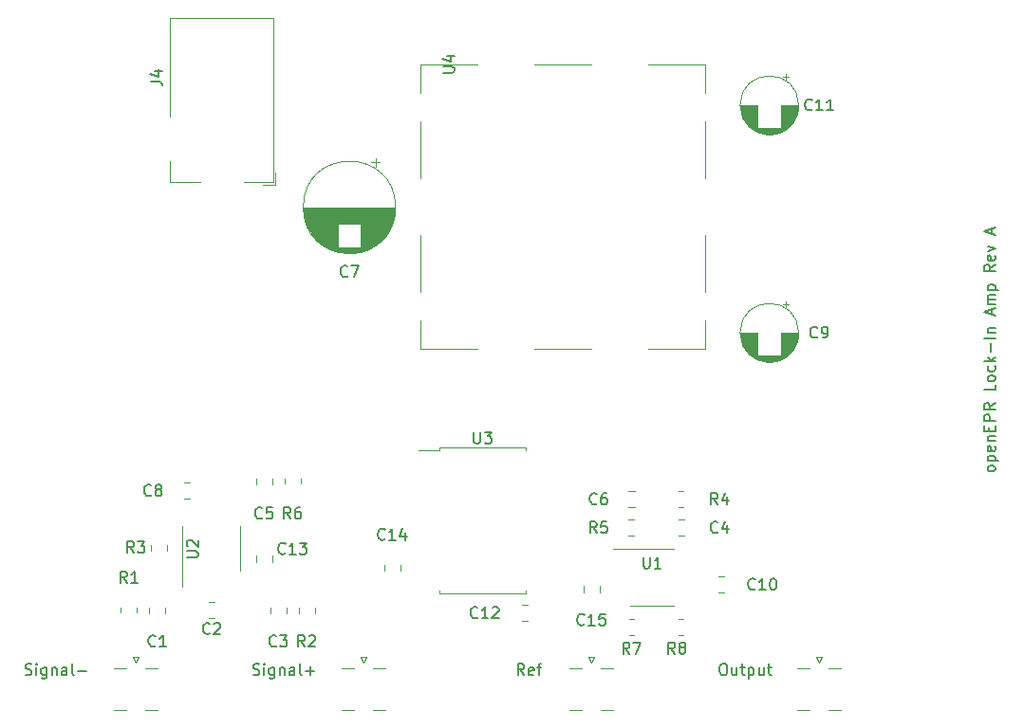
<source format=gbr>
%TF.GenerationSoftware,KiCad,Pcbnew,(5.1.9)-1*%
%TF.CreationDate,2021-05-02T14:53:51-04:00*%
%TF.ProjectId,openEPR_Lock-In,6f70656e-4550-4525-9f4c-6f636b2d496e,rev?*%
%TF.SameCoordinates,Original*%
%TF.FileFunction,Legend,Top*%
%TF.FilePolarity,Positive*%
%FSLAX46Y46*%
G04 Gerber Fmt 4.6, Leading zero omitted, Abs format (unit mm)*
G04 Created by KiCad (PCBNEW (5.1.9)-1) date 2021-05-02 14:53:51*
%MOMM*%
%LPD*%
G01*
G04 APERTURE LIST*
%ADD10C,0.150000*%
%ADD11C,0.120000*%
G04 APERTURE END LIST*
D10*
X119832380Y-64641666D02*
X119784761Y-64736904D01*
X119737142Y-64784523D01*
X119641904Y-64832142D01*
X119356190Y-64832142D01*
X119260952Y-64784523D01*
X119213333Y-64736904D01*
X119165714Y-64641666D01*
X119165714Y-64498809D01*
X119213333Y-64403571D01*
X119260952Y-64355952D01*
X119356190Y-64308333D01*
X119641904Y-64308333D01*
X119737142Y-64355952D01*
X119784761Y-64403571D01*
X119832380Y-64498809D01*
X119832380Y-64641666D01*
X119165714Y-63879761D02*
X120165714Y-63879761D01*
X119213333Y-63879761D02*
X119165714Y-63784523D01*
X119165714Y-63594047D01*
X119213333Y-63498809D01*
X119260952Y-63451190D01*
X119356190Y-63403571D01*
X119641904Y-63403571D01*
X119737142Y-63451190D01*
X119784761Y-63498809D01*
X119832380Y-63594047D01*
X119832380Y-63784523D01*
X119784761Y-63879761D01*
X119784761Y-62594047D02*
X119832380Y-62689285D01*
X119832380Y-62879761D01*
X119784761Y-62975000D01*
X119689523Y-63022619D01*
X119308571Y-63022619D01*
X119213333Y-62975000D01*
X119165714Y-62879761D01*
X119165714Y-62689285D01*
X119213333Y-62594047D01*
X119308571Y-62546428D01*
X119403809Y-62546428D01*
X119499047Y-63022619D01*
X119165714Y-62117857D02*
X119832380Y-62117857D01*
X119260952Y-62117857D02*
X119213333Y-62070238D01*
X119165714Y-61975000D01*
X119165714Y-61832142D01*
X119213333Y-61736904D01*
X119308571Y-61689285D01*
X119832380Y-61689285D01*
X119308571Y-61213095D02*
X119308571Y-60879761D01*
X119832380Y-60736904D02*
X119832380Y-61213095D01*
X118832380Y-61213095D01*
X118832380Y-60736904D01*
X119832380Y-60308333D02*
X118832380Y-60308333D01*
X118832380Y-59927380D01*
X118880000Y-59832142D01*
X118927619Y-59784523D01*
X119022857Y-59736904D01*
X119165714Y-59736904D01*
X119260952Y-59784523D01*
X119308571Y-59832142D01*
X119356190Y-59927380D01*
X119356190Y-60308333D01*
X119832380Y-58736904D02*
X119356190Y-59070238D01*
X119832380Y-59308333D02*
X118832380Y-59308333D01*
X118832380Y-58927380D01*
X118880000Y-58832142D01*
X118927619Y-58784523D01*
X119022857Y-58736904D01*
X119165714Y-58736904D01*
X119260952Y-58784523D01*
X119308571Y-58832142D01*
X119356190Y-58927380D01*
X119356190Y-59308333D01*
X119832380Y-57070238D02*
X119832380Y-57546428D01*
X118832380Y-57546428D01*
X119832380Y-56594047D02*
X119784761Y-56689285D01*
X119737142Y-56736904D01*
X119641904Y-56784523D01*
X119356190Y-56784523D01*
X119260952Y-56736904D01*
X119213333Y-56689285D01*
X119165714Y-56594047D01*
X119165714Y-56451190D01*
X119213333Y-56355952D01*
X119260952Y-56308333D01*
X119356190Y-56260714D01*
X119641904Y-56260714D01*
X119737142Y-56308333D01*
X119784761Y-56355952D01*
X119832380Y-56451190D01*
X119832380Y-56594047D01*
X119784761Y-55403571D02*
X119832380Y-55498809D01*
X119832380Y-55689285D01*
X119784761Y-55784523D01*
X119737142Y-55832142D01*
X119641904Y-55879761D01*
X119356190Y-55879761D01*
X119260952Y-55832142D01*
X119213333Y-55784523D01*
X119165714Y-55689285D01*
X119165714Y-55498809D01*
X119213333Y-55403571D01*
X119832380Y-54975000D02*
X118832380Y-54975000D01*
X119451428Y-54879761D02*
X119832380Y-54594047D01*
X119165714Y-54594047D02*
X119546666Y-54975000D01*
X119451428Y-54165476D02*
X119451428Y-53403571D01*
X119832380Y-52927380D02*
X118832380Y-52927380D01*
X119165714Y-52451190D02*
X119832380Y-52451190D01*
X119260952Y-52451190D02*
X119213333Y-52403571D01*
X119165714Y-52308333D01*
X119165714Y-52165476D01*
X119213333Y-52070238D01*
X119308571Y-52022619D01*
X119832380Y-52022619D01*
X119546666Y-50832142D02*
X119546666Y-50355952D01*
X119832380Y-50927380D02*
X118832380Y-50594047D01*
X119832380Y-50260714D01*
X119832380Y-49927380D02*
X119165714Y-49927380D01*
X119260952Y-49927380D02*
X119213333Y-49879761D01*
X119165714Y-49784523D01*
X119165714Y-49641666D01*
X119213333Y-49546428D01*
X119308571Y-49498809D01*
X119832380Y-49498809D01*
X119308571Y-49498809D02*
X119213333Y-49451190D01*
X119165714Y-49355952D01*
X119165714Y-49213095D01*
X119213333Y-49117857D01*
X119308571Y-49070238D01*
X119832380Y-49070238D01*
X119165714Y-48594047D02*
X120165714Y-48594047D01*
X119213333Y-48594047D02*
X119165714Y-48498809D01*
X119165714Y-48308333D01*
X119213333Y-48213095D01*
X119260952Y-48165476D01*
X119356190Y-48117857D01*
X119641904Y-48117857D01*
X119737142Y-48165476D01*
X119784761Y-48213095D01*
X119832380Y-48308333D01*
X119832380Y-48498809D01*
X119784761Y-48594047D01*
X119832380Y-46355952D02*
X119356190Y-46689285D01*
X119832380Y-46927380D02*
X118832380Y-46927380D01*
X118832380Y-46546428D01*
X118880000Y-46451190D01*
X118927619Y-46403571D01*
X119022857Y-46355952D01*
X119165714Y-46355952D01*
X119260952Y-46403571D01*
X119308571Y-46451190D01*
X119356190Y-46546428D01*
X119356190Y-46927380D01*
X119784761Y-45546428D02*
X119832380Y-45641666D01*
X119832380Y-45832142D01*
X119784761Y-45927380D01*
X119689523Y-45975000D01*
X119308571Y-45975000D01*
X119213333Y-45927380D01*
X119165714Y-45832142D01*
X119165714Y-45641666D01*
X119213333Y-45546428D01*
X119308571Y-45498809D01*
X119403809Y-45498809D01*
X119499047Y-45975000D01*
X119165714Y-45165476D02*
X119832380Y-44927380D01*
X119165714Y-44689285D01*
X119546666Y-43594047D02*
X119546666Y-43117857D01*
X119832380Y-43689285D02*
X118832380Y-43355952D01*
X119832380Y-43022619D01*
X95512190Y-82002380D02*
X95702666Y-82002380D01*
X95797904Y-82050000D01*
X95893142Y-82145238D01*
X95940761Y-82335714D01*
X95940761Y-82669047D01*
X95893142Y-82859523D01*
X95797904Y-82954761D01*
X95702666Y-83002380D01*
X95512190Y-83002380D01*
X95416952Y-82954761D01*
X95321714Y-82859523D01*
X95274095Y-82669047D01*
X95274095Y-82335714D01*
X95321714Y-82145238D01*
X95416952Y-82050000D01*
X95512190Y-82002380D01*
X96797904Y-82335714D02*
X96797904Y-83002380D01*
X96369333Y-82335714D02*
X96369333Y-82859523D01*
X96416952Y-82954761D01*
X96512190Y-83002380D01*
X96655047Y-83002380D01*
X96750285Y-82954761D01*
X96797904Y-82907142D01*
X97131238Y-82335714D02*
X97512190Y-82335714D01*
X97274095Y-82002380D02*
X97274095Y-82859523D01*
X97321714Y-82954761D01*
X97416952Y-83002380D01*
X97512190Y-83002380D01*
X97845523Y-82335714D02*
X97845523Y-83335714D01*
X97845523Y-82383333D02*
X97940761Y-82335714D01*
X98131238Y-82335714D01*
X98226476Y-82383333D01*
X98274095Y-82430952D01*
X98321714Y-82526190D01*
X98321714Y-82811904D01*
X98274095Y-82907142D01*
X98226476Y-82954761D01*
X98131238Y-83002380D01*
X97940761Y-83002380D01*
X97845523Y-82954761D01*
X99178857Y-82335714D02*
X99178857Y-83002380D01*
X98750285Y-82335714D02*
X98750285Y-82859523D01*
X98797904Y-82954761D01*
X98893142Y-83002380D01*
X99036000Y-83002380D01*
X99131238Y-82954761D01*
X99178857Y-82907142D01*
X99512190Y-82335714D02*
X99893142Y-82335714D01*
X99655047Y-82002380D02*
X99655047Y-82859523D01*
X99702666Y-82954761D01*
X99797904Y-83002380D01*
X99893142Y-83002380D01*
X77827238Y-83002380D02*
X77493904Y-82526190D01*
X77255809Y-83002380D02*
X77255809Y-82002380D01*
X77636761Y-82002380D01*
X77732000Y-82050000D01*
X77779619Y-82097619D01*
X77827238Y-82192857D01*
X77827238Y-82335714D01*
X77779619Y-82430952D01*
X77732000Y-82478571D01*
X77636761Y-82526190D01*
X77255809Y-82526190D01*
X78636761Y-82954761D02*
X78541523Y-83002380D01*
X78351047Y-83002380D01*
X78255809Y-82954761D01*
X78208190Y-82859523D01*
X78208190Y-82478571D01*
X78255809Y-82383333D01*
X78351047Y-82335714D01*
X78541523Y-82335714D01*
X78636761Y-82383333D01*
X78684380Y-82478571D01*
X78684380Y-82573809D01*
X78208190Y-82669047D01*
X78970095Y-82335714D02*
X79351047Y-82335714D01*
X79112952Y-83002380D02*
X79112952Y-82145238D01*
X79160571Y-82050000D01*
X79255809Y-82002380D01*
X79351047Y-82002380D01*
X53626095Y-82954761D02*
X53768952Y-83002380D01*
X54007047Y-83002380D01*
X54102285Y-82954761D01*
X54149904Y-82907142D01*
X54197523Y-82811904D01*
X54197523Y-82716666D01*
X54149904Y-82621428D01*
X54102285Y-82573809D01*
X54007047Y-82526190D01*
X53816571Y-82478571D01*
X53721333Y-82430952D01*
X53673714Y-82383333D01*
X53626095Y-82288095D01*
X53626095Y-82192857D01*
X53673714Y-82097619D01*
X53721333Y-82050000D01*
X53816571Y-82002380D01*
X54054666Y-82002380D01*
X54197523Y-82050000D01*
X54626095Y-83002380D02*
X54626095Y-82335714D01*
X54626095Y-82002380D02*
X54578476Y-82050000D01*
X54626095Y-82097619D01*
X54673714Y-82050000D01*
X54626095Y-82002380D01*
X54626095Y-82097619D01*
X55530857Y-82335714D02*
X55530857Y-83145238D01*
X55483238Y-83240476D01*
X55435619Y-83288095D01*
X55340380Y-83335714D01*
X55197523Y-83335714D01*
X55102285Y-83288095D01*
X55530857Y-82954761D02*
X55435619Y-83002380D01*
X55245142Y-83002380D01*
X55149904Y-82954761D01*
X55102285Y-82907142D01*
X55054666Y-82811904D01*
X55054666Y-82526190D01*
X55102285Y-82430952D01*
X55149904Y-82383333D01*
X55245142Y-82335714D01*
X55435619Y-82335714D01*
X55530857Y-82383333D01*
X56007047Y-82335714D02*
X56007047Y-83002380D01*
X56007047Y-82430952D02*
X56054666Y-82383333D01*
X56149904Y-82335714D01*
X56292761Y-82335714D01*
X56388000Y-82383333D01*
X56435619Y-82478571D01*
X56435619Y-83002380D01*
X57340380Y-83002380D02*
X57340380Y-82478571D01*
X57292761Y-82383333D01*
X57197523Y-82335714D01*
X57007047Y-82335714D01*
X56911809Y-82383333D01*
X57340380Y-82954761D02*
X57245142Y-83002380D01*
X57007047Y-83002380D01*
X56911809Y-82954761D01*
X56864190Y-82859523D01*
X56864190Y-82764285D01*
X56911809Y-82669047D01*
X57007047Y-82621428D01*
X57245142Y-82621428D01*
X57340380Y-82573809D01*
X57959428Y-83002380D02*
X57864190Y-82954761D01*
X57816571Y-82859523D01*
X57816571Y-82002380D01*
X58340380Y-82621428D02*
X59102285Y-82621428D01*
X58721333Y-83002380D02*
X58721333Y-82240476D01*
X33306095Y-82954761D02*
X33448952Y-83002380D01*
X33687047Y-83002380D01*
X33782285Y-82954761D01*
X33829904Y-82907142D01*
X33877523Y-82811904D01*
X33877523Y-82716666D01*
X33829904Y-82621428D01*
X33782285Y-82573809D01*
X33687047Y-82526190D01*
X33496571Y-82478571D01*
X33401333Y-82430952D01*
X33353714Y-82383333D01*
X33306095Y-82288095D01*
X33306095Y-82192857D01*
X33353714Y-82097619D01*
X33401333Y-82050000D01*
X33496571Y-82002380D01*
X33734666Y-82002380D01*
X33877523Y-82050000D01*
X34306095Y-83002380D02*
X34306095Y-82335714D01*
X34306095Y-82002380D02*
X34258476Y-82050000D01*
X34306095Y-82097619D01*
X34353714Y-82050000D01*
X34306095Y-82002380D01*
X34306095Y-82097619D01*
X35210857Y-82335714D02*
X35210857Y-83145238D01*
X35163238Y-83240476D01*
X35115619Y-83288095D01*
X35020380Y-83335714D01*
X34877523Y-83335714D01*
X34782285Y-83288095D01*
X35210857Y-82954761D02*
X35115619Y-83002380D01*
X34925142Y-83002380D01*
X34829904Y-82954761D01*
X34782285Y-82907142D01*
X34734666Y-82811904D01*
X34734666Y-82526190D01*
X34782285Y-82430952D01*
X34829904Y-82383333D01*
X34925142Y-82335714D01*
X35115619Y-82335714D01*
X35210857Y-82383333D01*
X35687047Y-82335714D02*
X35687047Y-83002380D01*
X35687047Y-82430952D02*
X35734666Y-82383333D01*
X35829904Y-82335714D01*
X35972761Y-82335714D01*
X36068000Y-82383333D01*
X36115619Y-82478571D01*
X36115619Y-83002380D01*
X37020380Y-83002380D02*
X37020380Y-82478571D01*
X36972761Y-82383333D01*
X36877523Y-82335714D01*
X36687047Y-82335714D01*
X36591809Y-82383333D01*
X37020380Y-82954761D02*
X36925142Y-83002380D01*
X36687047Y-83002380D01*
X36591809Y-82954761D01*
X36544190Y-82859523D01*
X36544190Y-82764285D01*
X36591809Y-82669047D01*
X36687047Y-82621428D01*
X36925142Y-82621428D01*
X37020380Y-82573809D01*
X37639428Y-83002380D02*
X37544190Y-82954761D01*
X37496571Y-82859523D01*
X37496571Y-82002380D01*
X38020380Y-82621428D02*
X38782285Y-82621428D01*
D11*
%TO.C,R7*%
X87619064Y-79475000D02*
X87164936Y-79475000D01*
X87619064Y-78005000D02*
X87164936Y-78005000D01*
%TO.C,U4*%
X68580000Y-28448000D02*
X68580000Y-30988000D01*
X73660000Y-28448000D02*
X68580000Y-28448000D01*
X83820000Y-28448000D02*
X78740000Y-28448000D01*
X68580000Y-38608000D02*
X68580000Y-33528000D01*
X68580000Y-48768000D02*
X68580000Y-43688000D01*
X68580000Y-53848000D02*
X68580000Y-51308000D01*
X73660000Y-53848000D02*
X68580000Y-53848000D01*
X83820000Y-53848000D02*
X78740000Y-53848000D01*
X93980000Y-53848000D02*
X88900000Y-53848000D01*
X93980000Y-51308000D02*
X93980000Y-53848000D01*
X91440000Y-28448000D02*
X88900000Y-28448000D01*
X91440000Y-28448000D02*
X93980000Y-28448000D01*
X93980000Y-30988000D02*
X93980000Y-28448000D01*
X93980000Y-38608000D02*
X93980000Y-33528000D01*
X93980000Y-43688000D02*
X93980000Y-48768000D01*
%TO.C,C1*%
X44350000Y-76976248D02*
X44350000Y-77498752D01*
X45820000Y-76976248D02*
X45820000Y-77498752D01*
%TO.C,C2*%
X50193752Y-77951000D02*
X49671248Y-77951000D01*
X50193752Y-76481000D02*
X49671248Y-76481000D01*
%TO.C,C3*%
X55145000Y-77498752D02*
X55145000Y-76976248D01*
X56615000Y-77498752D02*
X56615000Y-76976248D01*
%TO.C,C4*%
X92103752Y-69115000D02*
X91581248Y-69115000D01*
X92103752Y-70585000D02*
X91581248Y-70585000D01*
%TO.C,C5*%
X53900400Y-65444648D02*
X53900400Y-65967152D01*
X55370400Y-65444648D02*
X55370400Y-65967152D01*
%TO.C,C6*%
X87658752Y-68045000D02*
X87136248Y-68045000D01*
X87658752Y-66575000D02*
X87136248Y-66575000D01*
%TO.C,C8*%
X47991752Y-65813000D02*
X47469248Y-65813000D01*
X47991752Y-67283000D02*
X47469248Y-67283000D01*
%TO.C,C10*%
X95137248Y-74195000D02*
X95659752Y-74195000D01*
X95137248Y-75665000D02*
X95659752Y-75665000D01*
%TO.C,C12*%
X78133752Y-76735000D02*
X77611248Y-76735000D01*
X78133752Y-78205000D02*
X77611248Y-78205000D01*
%TO.C,J1*%
X64340000Y-82418000D02*
X65450000Y-82418000D01*
X61550000Y-82418000D02*
X62660000Y-82418000D01*
X64340000Y-86128000D02*
X65450000Y-86128000D01*
X61550000Y-86128000D02*
X62660000Y-86128000D01*
X63500000Y-81868000D02*
X63750000Y-81368000D01*
X63750000Y-81368000D02*
X63250000Y-81368000D01*
X63250000Y-81368000D02*
X63500000Y-81868000D01*
%TO.C,J2*%
X42930000Y-81368000D02*
X43180000Y-81868000D01*
X43430000Y-81368000D02*
X42930000Y-81368000D01*
X43180000Y-81868000D02*
X43430000Y-81368000D01*
X41230000Y-86128000D02*
X42340000Y-86128000D01*
X44020000Y-86128000D02*
X45130000Y-86128000D01*
X41230000Y-82418000D02*
X42340000Y-82418000D01*
X44020000Y-82418000D02*
X45130000Y-82418000D01*
%TO.C,J3*%
X104980000Y-82418000D02*
X106090000Y-82418000D01*
X102190000Y-82418000D02*
X103300000Y-82418000D01*
X104980000Y-86128000D02*
X106090000Y-86128000D01*
X102190000Y-86128000D02*
X103300000Y-86128000D01*
X104140000Y-81868000D02*
X104390000Y-81368000D01*
X104390000Y-81368000D02*
X103890000Y-81368000D01*
X103890000Y-81368000D02*
X104140000Y-81868000D01*
%TO.C,J4*%
X55400000Y-39000000D02*
X52800000Y-39000000D01*
X55400000Y-24300000D02*
X55400000Y-39000000D01*
X46200000Y-39000000D02*
X46200000Y-37100000D01*
X48900000Y-39000000D02*
X46200000Y-39000000D01*
X46200000Y-24300000D02*
X55400000Y-24300000D01*
X46200000Y-33100000D02*
X46200000Y-24300000D01*
X55600000Y-38150000D02*
X55600000Y-39200000D01*
X54550000Y-39200000D02*
X55600000Y-39200000D01*
%TO.C,R1*%
X41810000Y-76972936D02*
X41810000Y-77427064D01*
X43280000Y-76972936D02*
X43280000Y-77427064D01*
%TO.C,R2*%
X59155000Y-77004936D02*
X59155000Y-77459064D01*
X57685000Y-77004936D02*
X57685000Y-77459064D01*
%TO.C,R3*%
X45947000Y-71416936D02*
X45947000Y-71871064D01*
X44477000Y-71416936D02*
X44477000Y-71871064D01*
%TO.C,R4*%
X92032064Y-68045000D02*
X91577936Y-68045000D01*
X92032064Y-66575000D02*
X91577936Y-66575000D01*
%TO.C,R5*%
X87587064Y-69115000D02*
X87132936Y-69115000D01*
X87587064Y-70585000D02*
X87132936Y-70585000D01*
%TO.C,R6*%
X57885000Y-65902064D02*
X57885000Y-65447936D01*
X56415000Y-65902064D02*
X56415000Y-65447936D01*
%TO.C,U1*%
X89216000Y-76855000D02*
X91166000Y-76855000D01*
X89216000Y-76855000D02*
X87266000Y-76855000D01*
X89216000Y-71735000D02*
X91166000Y-71735000D01*
X89216000Y-71735000D02*
X85766000Y-71735000D01*
%TO.C,U2*%
X47351000Y-71693000D02*
X47351000Y-75143000D01*
X47351000Y-71693000D02*
X47351000Y-69743000D01*
X52471000Y-71693000D02*
X52471000Y-73643000D01*
X52471000Y-71693000D02*
X52471000Y-69743000D01*
%TO.C,U3*%
X70230000Y-62940000D02*
X68415000Y-62940000D01*
X70230000Y-62705000D02*
X70230000Y-62940000D01*
X74090000Y-62705000D02*
X70230000Y-62705000D01*
X77950000Y-62705000D02*
X77950000Y-62940000D01*
X74090000Y-62705000D02*
X77950000Y-62705000D01*
X70230000Y-75725000D02*
X70230000Y-75490000D01*
X74090000Y-75725000D02*
X70230000Y-75725000D01*
X77950000Y-75725000D02*
X77950000Y-75490000D01*
X74090000Y-75725000D02*
X77950000Y-75725000D01*
%TO.C,J5*%
X84660000Y-82418000D02*
X85770000Y-82418000D01*
X81870000Y-82418000D02*
X82980000Y-82418000D01*
X84660000Y-86128000D02*
X85770000Y-86128000D01*
X81870000Y-86128000D02*
X82980000Y-86128000D01*
X83820000Y-81868000D02*
X84070000Y-81368000D01*
X84070000Y-81368000D02*
X83570000Y-81368000D01*
X83570000Y-81368000D02*
X83820000Y-81868000D01*
%TO.C,C13*%
X53875000Y-72883752D02*
X53875000Y-72361248D01*
X55345000Y-72883752D02*
X55345000Y-72361248D01*
%TO.C,C14*%
X65305000Y-73166248D02*
X65305000Y-73688752D01*
X66775000Y-73166248D02*
X66775000Y-73688752D01*
%TO.C,C15*%
X83085000Y-75071248D02*
X83085000Y-75593752D01*
X84555000Y-75071248D02*
X84555000Y-75593752D01*
%TO.C,C7*%
X66350000Y-41235000D02*
G75*
G03*
X66350000Y-41235000I-4120000J0D01*
G01*
X66310000Y-41235000D02*
X58150000Y-41235000D01*
X66310000Y-41275000D02*
X58150000Y-41275000D01*
X66310000Y-41315000D02*
X58150000Y-41315000D01*
X66309000Y-41355000D02*
X58151000Y-41355000D01*
X66307000Y-41395000D02*
X58153000Y-41395000D01*
X66306000Y-41435000D02*
X58154000Y-41435000D01*
X66304000Y-41475000D02*
X58156000Y-41475000D01*
X66301000Y-41515000D02*
X58159000Y-41515000D01*
X66298000Y-41555000D02*
X58162000Y-41555000D01*
X66295000Y-41595000D02*
X58165000Y-41595000D01*
X66291000Y-41635000D02*
X58169000Y-41635000D01*
X66287000Y-41675000D02*
X58173000Y-41675000D01*
X66282000Y-41715000D02*
X58178000Y-41715000D01*
X66278000Y-41755000D02*
X58182000Y-41755000D01*
X66272000Y-41795000D02*
X58188000Y-41795000D01*
X66267000Y-41835000D02*
X58193000Y-41835000D01*
X66260000Y-41875000D02*
X58200000Y-41875000D01*
X66254000Y-41915000D02*
X58206000Y-41915000D01*
X66247000Y-41956000D02*
X58213000Y-41956000D01*
X66240000Y-41996000D02*
X58220000Y-41996000D01*
X66232000Y-42036000D02*
X58228000Y-42036000D01*
X66224000Y-42076000D02*
X58236000Y-42076000D01*
X66215000Y-42116000D02*
X58245000Y-42116000D01*
X66206000Y-42156000D02*
X58254000Y-42156000D01*
X66197000Y-42196000D02*
X58263000Y-42196000D01*
X66187000Y-42236000D02*
X58273000Y-42236000D01*
X66177000Y-42276000D02*
X58283000Y-42276000D01*
X66166000Y-42316000D02*
X58294000Y-42316000D01*
X66155000Y-42356000D02*
X58305000Y-42356000D01*
X66144000Y-42396000D02*
X58316000Y-42396000D01*
X66132000Y-42436000D02*
X58328000Y-42436000D01*
X66119000Y-42476000D02*
X58341000Y-42476000D01*
X66107000Y-42516000D02*
X58353000Y-42516000D01*
X66093000Y-42556000D02*
X58367000Y-42556000D01*
X66080000Y-42596000D02*
X58380000Y-42596000D01*
X66065000Y-42636000D02*
X58395000Y-42636000D01*
X66051000Y-42676000D02*
X58409000Y-42676000D01*
X66035000Y-42716000D02*
X63270000Y-42716000D01*
X61190000Y-42716000D02*
X58425000Y-42716000D01*
X66020000Y-42756000D02*
X63270000Y-42756000D01*
X61190000Y-42756000D02*
X58440000Y-42756000D01*
X66004000Y-42796000D02*
X63270000Y-42796000D01*
X61190000Y-42796000D02*
X58456000Y-42796000D01*
X65987000Y-42836000D02*
X63270000Y-42836000D01*
X61190000Y-42836000D02*
X58473000Y-42836000D01*
X65970000Y-42876000D02*
X63270000Y-42876000D01*
X61190000Y-42876000D02*
X58490000Y-42876000D01*
X65952000Y-42916000D02*
X63270000Y-42916000D01*
X61190000Y-42916000D02*
X58508000Y-42916000D01*
X65934000Y-42956000D02*
X63270000Y-42956000D01*
X61190000Y-42956000D02*
X58526000Y-42956000D01*
X65916000Y-42996000D02*
X63270000Y-42996000D01*
X61190000Y-42996000D02*
X58544000Y-42996000D01*
X65896000Y-43036000D02*
X63270000Y-43036000D01*
X61190000Y-43036000D02*
X58564000Y-43036000D01*
X65877000Y-43076000D02*
X63270000Y-43076000D01*
X61190000Y-43076000D02*
X58583000Y-43076000D01*
X65857000Y-43116000D02*
X63270000Y-43116000D01*
X61190000Y-43116000D02*
X58603000Y-43116000D01*
X65836000Y-43156000D02*
X63270000Y-43156000D01*
X61190000Y-43156000D02*
X58624000Y-43156000D01*
X65814000Y-43196000D02*
X63270000Y-43196000D01*
X61190000Y-43196000D02*
X58646000Y-43196000D01*
X65792000Y-43236000D02*
X63270000Y-43236000D01*
X61190000Y-43236000D02*
X58668000Y-43236000D01*
X65770000Y-43276000D02*
X63270000Y-43276000D01*
X61190000Y-43276000D02*
X58690000Y-43276000D01*
X65747000Y-43316000D02*
X63270000Y-43316000D01*
X61190000Y-43316000D02*
X58713000Y-43316000D01*
X65723000Y-43356000D02*
X63270000Y-43356000D01*
X61190000Y-43356000D02*
X58737000Y-43356000D01*
X65699000Y-43396000D02*
X63270000Y-43396000D01*
X61190000Y-43396000D02*
X58761000Y-43396000D01*
X65674000Y-43436000D02*
X63270000Y-43436000D01*
X61190000Y-43436000D02*
X58786000Y-43436000D01*
X65648000Y-43476000D02*
X63270000Y-43476000D01*
X61190000Y-43476000D02*
X58812000Y-43476000D01*
X65622000Y-43516000D02*
X63270000Y-43516000D01*
X61190000Y-43516000D02*
X58838000Y-43516000D01*
X65595000Y-43556000D02*
X63270000Y-43556000D01*
X61190000Y-43556000D02*
X58865000Y-43556000D01*
X65568000Y-43596000D02*
X63270000Y-43596000D01*
X61190000Y-43596000D02*
X58892000Y-43596000D01*
X65539000Y-43636000D02*
X63270000Y-43636000D01*
X61190000Y-43636000D02*
X58921000Y-43636000D01*
X65510000Y-43676000D02*
X63270000Y-43676000D01*
X61190000Y-43676000D02*
X58950000Y-43676000D01*
X65480000Y-43716000D02*
X63270000Y-43716000D01*
X61190000Y-43716000D02*
X58980000Y-43716000D01*
X65450000Y-43756000D02*
X63270000Y-43756000D01*
X61190000Y-43756000D02*
X59010000Y-43756000D01*
X65419000Y-43796000D02*
X63270000Y-43796000D01*
X61190000Y-43796000D02*
X59041000Y-43796000D01*
X65386000Y-43836000D02*
X63270000Y-43836000D01*
X61190000Y-43836000D02*
X59074000Y-43836000D01*
X65354000Y-43876000D02*
X63270000Y-43876000D01*
X61190000Y-43876000D02*
X59106000Y-43876000D01*
X65320000Y-43916000D02*
X63270000Y-43916000D01*
X61190000Y-43916000D02*
X59140000Y-43916000D01*
X65285000Y-43956000D02*
X63270000Y-43956000D01*
X61190000Y-43956000D02*
X59175000Y-43956000D01*
X65249000Y-43996000D02*
X63270000Y-43996000D01*
X61190000Y-43996000D02*
X59211000Y-43996000D01*
X65213000Y-44036000D02*
X63270000Y-44036000D01*
X61190000Y-44036000D02*
X59247000Y-44036000D01*
X65175000Y-44076000D02*
X63270000Y-44076000D01*
X61190000Y-44076000D02*
X59285000Y-44076000D01*
X65137000Y-44116000D02*
X63270000Y-44116000D01*
X61190000Y-44116000D02*
X59323000Y-44116000D01*
X65097000Y-44156000D02*
X63270000Y-44156000D01*
X61190000Y-44156000D02*
X59363000Y-44156000D01*
X65056000Y-44196000D02*
X63270000Y-44196000D01*
X61190000Y-44196000D02*
X59404000Y-44196000D01*
X65014000Y-44236000D02*
X63270000Y-44236000D01*
X61190000Y-44236000D02*
X59446000Y-44236000D01*
X64971000Y-44276000D02*
X63270000Y-44276000D01*
X61190000Y-44276000D02*
X59489000Y-44276000D01*
X64927000Y-44316000D02*
X63270000Y-44316000D01*
X61190000Y-44316000D02*
X59533000Y-44316000D01*
X64881000Y-44356000D02*
X63270000Y-44356000D01*
X61190000Y-44356000D02*
X59579000Y-44356000D01*
X64834000Y-44396000D02*
X63270000Y-44396000D01*
X61190000Y-44396000D02*
X59626000Y-44396000D01*
X64786000Y-44436000D02*
X63270000Y-44436000D01*
X61190000Y-44436000D02*
X59674000Y-44436000D01*
X64735000Y-44476000D02*
X63270000Y-44476000D01*
X61190000Y-44476000D02*
X59725000Y-44476000D01*
X64684000Y-44516000D02*
X63270000Y-44516000D01*
X61190000Y-44516000D02*
X59776000Y-44516000D01*
X64630000Y-44556000D02*
X63270000Y-44556000D01*
X61190000Y-44556000D02*
X59830000Y-44556000D01*
X64575000Y-44596000D02*
X63270000Y-44596000D01*
X61190000Y-44596000D02*
X59885000Y-44596000D01*
X64517000Y-44636000D02*
X63270000Y-44636000D01*
X61190000Y-44636000D02*
X59943000Y-44636000D01*
X64458000Y-44676000D02*
X63270000Y-44676000D01*
X61190000Y-44676000D02*
X60002000Y-44676000D01*
X64396000Y-44716000D02*
X63270000Y-44716000D01*
X61190000Y-44716000D02*
X60064000Y-44716000D01*
X64332000Y-44756000D02*
X63270000Y-44756000D01*
X61190000Y-44756000D02*
X60128000Y-44756000D01*
X64264000Y-44796000D02*
X60196000Y-44796000D01*
X64194000Y-44836000D02*
X60266000Y-44836000D01*
X64120000Y-44876000D02*
X60340000Y-44876000D01*
X64043000Y-44916000D02*
X60417000Y-44916000D01*
X63961000Y-44956000D02*
X60499000Y-44956000D01*
X63875000Y-44996000D02*
X60585000Y-44996000D01*
X63782000Y-45036000D02*
X60678000Y-45036000D01*
X63683000Y-45076000D02*
X60777000Y-45076000D01*
X63576000Y-45116000D02*
X60884000Y-45116000D01*
X63459000Y-45156000D02*
X61001000Y-45156000D01*
X63328000Y-45196000D02*
X61132000Y-45196000D01*
X63178000Y-45236000D02*
X61282000Y-45236000D01*
X62998000Y-45276000D02*
X61462000Y-45276000D01*
X62763000Y-45316000D02*
X61697000Y-45316000D01*
X64545000Y-36825302D02*
X64545000Y-37625302D01*
X64945000Y-37225302D02*
X64145000Y-37225302D01*
%TO.C,C9*%
X102315000Y-52435000D02*
G75*
G03*
X102315000Y-52435000I-2620000J0D01*
G01*
X98655000Y-52435000D02*
X97115000Y-52435000D01*
X102275000Y-52435000D02*
X100735000Y-52435000D01*
X98655000Y-52475000D02*
X97115000Y-52475000D01*
X102275000Y-52475000D02*
X100735000Y-52475000D01*
X102274000Y-52515000D02*
X100735000Y-52515000D01*
X98655000Y-52515000D02*
X97116000Y-52515000D01*
X102273000Y-52555000D02*
X100735000Y-52555000D01*
X98655000Y-52555000D02*
X97117000Y-52555000D01*
X102271000Y-52595000D02*
X100735000Y-52595000D01*
X98655000Y-52595000D02*
X97119000Y-52595000D01*
X102268000Y-52635000D02*
X100735000Y-52635000D01*
X98655000Y-52635000D02*
X97122000Y-52635000D01*
X102264000Y-52675000D02*
X100735000Y-52675000D01*
X98655000Y-52675000D02*
X97126000Y-52675000D01*
X102260000Y-52715000D02*
X100735000Y-52715000D01*
X98655000Y-52715000D02*
X97130000Y-52715000D01*
X102256000Y-52755000D02*
X100735000Y-52755000D01*
X98655000Y-52755000D02*
X97134000Y-52755000D01*
X102251000Y-52795000D02*
X100735000Y-52795000D01*
X98655000Y-52795000D02*
X97139000Y-52795000D01*
X102245000Y-52835000D02*
X100735000Y-52835000D01*
X98655000Y-52835000D02*
X97145000Y-52835000D01*
X102238000Y-52875000D02*
X100735000Y-52875000D01*
X98655000Y-52875000D02*
X97152000Y-52875000D01*
X102231000Y-52915000D02*
X100735000Y-52915000D01*
X98655000Y-52915000D02*
X97159000Y-52915000D01*
X102223000Y-52955000D02*
X100735000Y-52955000D01*
X98655000Y-52955000D02*
X97167000Y-52955000D01*
X102215000Y-52995000D02*
X100735000Y-52995000D01*
X98655000Y-52995000D02*
X97175000Y-52995000D01*
X102206000Y-53035000D02*
X100735000Y-53035000D01*
X98655000Y-53035000D02*
X97184000Y-53035000D01*
X102196000Y-53075000D02*
X100735000Y-53075000D01*
X98655000Y-53075000D02*
X97194000Y-53075000D01*
X102186000Y-53115000D02*
X100735000Y-53115000D01*
X98655000Y-53115000D02*
X97204000Y-53115000D01*
X102175000Y-53156000D02*
X100735000Y-53156000D01*
X98655000Y-53156000D02*
X97215000Y-53156000D01*
X102163000Y-53196000D02*
X100735000Y-53196000D01*
X98655000Y-53196000D02*
X97227000Y-53196000D01*
X102150000Y-53236000D02*
X100735000Y-53236000D01*
X98655000Y-53236000D02*
X97240000Y-53236000D01*
X102137000Y-53276000D02*
X100735000Y-53276000D01*
X98655000Y-53276000D02*
X97253000Y-53276000D01*
X102123000Y-53316000D02*
X100735000Y-53316000D01*
X98655000Y-53316000D02*
X97267000Y-53316000D01*
X102109000Y-53356000D02*
X100735000Y-53356000D01*
X98655000Y-53356000D02*
X97281000Y-53356000D01*
X102093000Y-53396000D02*
X100735000Y-53396000D01*
X98655000Y-53396000D02*
X97297000Y-53396000D01*
X102077000Y-53436000D02*
X100735000Y-53436000D01*
X98655000Y-53436000D02*
X97313000Y-53436000D01*
X102060000Y-53476000D02*
X100735000Y-53476000D01*
X98655000Y-53476000D02*
X97330000Y-53476000D01*
X102043000Y-53516000D02*
X100735000Y-53516000D01*
X98655000Y-53516000D02*
X97347000Y-53516000D01*
X102024000Y-53556000D02*
X100735000Y-53556000D01*
X98655000Y-53556000D02*
X97366000Y-53556000D01*
X102005000Y-53596000D02*
X100735000Y-53596000D01*
X98655000Y-53596000D02*
X97385000Y-53596000D01*
X101985000Y-53636000D02*
X100735000Y-53636000D01*
X98655000Y-53636000D02*
X97405000Y-53636000D01*
X101963000Y-53676000D02*
X100735000Y-53676000D01*
X98655000Y-53676000D02*
X97427000Y-53676000D01*
X101942000Y-53716000D02*
X100735000Y-53716000D01*
X98655000Y-53716000D02*
X97448000Y-53716000D01*
X101919000Y-53756000D02*
X100735000Y-53756000D01*
X98655000Y-53756000D02*
X97471000Y-53756000D01*
X101895000Y-53796000D02*
X100735000Y-53796000D01*
X98655000Y-53796000D02*
X97495000Y-53796000D01*
X101870000Y-53836000D02*
X100735000Y-53836000D01*
X98655000Y-53836000D02*
X97520000Y-53836000D01*
X101844000Y-53876000D02*
X100735000Y-53876000D01*
X98655000Y-53876000D02*
X97546000Y-53876000D01*
X101817000Y-53916000D02*
X100735000Y-53916000D01*
X98655000Y-53916000D02*
X97573000Y-53916000D01*
X101790000Y-53956000D02*
X100735000Y-53956000D01*
X98655000Y-53956000D02*
X97600000Y-53956000D01*
X101760000Y-53996000D02*
X100735000Y-53996000D01*
X98655000Y-53996000D02*
X97630000Y-53996000D01*
X101730000Y-54036000D02*
X100735000Y-54036000D01*
X98655000Y-54036000D02*
X97660000Y-54036000D01*
X101699000Y-54076000D02*
X100735000Y-54076000D01*
X98655000Y-54076000D02*
X97691000Y-54076000D01*
X101666000Y-54116000D02*
X100735000Y-54116000D01*
X98655000Y-54116000D02*
X97724000Y-54116000D01*
X101632000Y-54156000D02*
X100735000Y-54156000D01*
X98655000Y-54156000D02*
X97758000Y-54156000D01*
X101596000Y-54196000D02*
X100735000Y-54196000D01*
X98655000Y-54196000D02*
X97794000Y-54196000D01*
X101559000Y-54236000D02*
X100735000Y-54236000D01*
X98655000Y-54236000D02*
X97831000Y-54236000D01*
X101521000Y-54276000D02*
X100735000Y-54276000D01*
X98655000Y-54276000D02*
X97869000Y-54276000D01*
X101480000Y-54316000D02*
X100735000Y-54316000D01*
X98655000Y-54316000D02*
X97910000Y-54316000D01*
X101438000Y-54356000D02*
X100735000Y-54356000D01*
X98655000Y-54356000D02*
X97952000Y-54356000D01*
X101394000Y-54396000D02*
X100735000Y-54396000D01*
X98655000Y-54396000D02*
X97996000Y-54396000D01*
X101348000Y-54436000D02*
X100735000Y-54436000D01*
X98655000Y-54436000D02*
X98042000Y-54436000D01*
X101300000Y-54476000D02*
X98090000Y-54476000D01*
X101249000Y-54516000D02*
X98141000Y-54516000D01*
X101195000Y-54556000D02*
X98195000Y-54556000D01*
X101138000Y-54596000D02*
X98252000Y-54596000D01*
X101078000Y-54636000D02*
X98312000Y-54636000D01*
X101014000Y-54676000D02*
X98376000Y-54676000D01*
X100946000Y-54716000D02*
X98444000Y-54716000D01*
X100873000Y-54756000D02*
X98517000Y-54756000D01*
X100793000Y-54796000D02*
X98597000Y-54796000D01*
X100706000Y-54836000D02*
X98684000Y-54836000D01*
X100610000Y-54876000D02*
X98780000Y-54876000D01*
X100500000Y-54916000D02*
X98890000Y-54916000D01*
X100372000Y-54956000D02*
X99018000Y-54956000D01*
X100213000Y-54996000D02*
X99177000Y-54996000D01*
X99979000Y-55036000D02*
X99411000Y-55036000D01*
X101170000Y-49630225D02*
X101170000Y-50130225D01*
X101420000Y-49880225D02*
X100920000Y-49880225D01*
%TO.C,C11*%
X101420000Y-29560225D02*
X100920000Y-29560225D01*
X101170000Y-29310225D02*
X101170000Y-29810225D01*
X99979000Y-34716000D02*
X99411000Y-34716000D01*
X100213000Y-34676000D02*
X99177000Y-34676000D01*
X100372000Y-34636000D02*
X99018000Y-34636000D01*
X100500000Y-34596000D02*
X98890000Y-34596000D01*
X100610000Y-34556000D02*
X98780000Y-34556000D01*
X100706000Y-34516000D02*
X98684000Y-34516000D01*
X100793000Y-34476000D02*
X98597000Y-34476000D01*
X100873000Y-34436000D02*
X98517000Y-34436000D01*
X100946000Y-34396000D02*
X98444000Y-34396000D01*
X101014000Y-34356000D02*
X98376000Y-34356000D01*
X101078000Y-34316000D02*
X98312000Y-34316000D01*
X101138000Y-34276000D02*
X98252000Y-34276000D01*
X101195000Y-34236000D02*
X98195000Y-34236000D01*
X101249000Y-34196000D02*
X98141000Y-34196000D01*
X101300000Y-34156000D02*
X98090000Y-34156000D01*
X98655000Y-34116000D02*
X98042000Y-34116000D01*
X101348000Y-34116000D02*
X100735000Y-34116000D01*
X98655000Y-34076000D02*
X97996000Y-34076000D01*
X101394000Y-34076000D02*
X100735000Y-34076000D01*
X98655000Y-34036000D02*
X97952000Y-34036000D01*
X101438000Y-34036000D02*
X100735000Y-34036000D01*
X98655000Y-33996000D02*
X97910000Y-33996000D01*
X101480000Y-33996000D02*
X100735000Y-33996000D01*
X98655000Y-33956000D02*
X97869000Y-33956000D01*
X101521000Y-33956000D02*
X100735000Y-33956000D01*
X98655000Y-33916000D02*
X97831000Y-33916000D01*
X101559000Y-33916000D02*
X100735000Y-33916000D01*
X98655000Y-33876000D02*
X97794000Y-33876000D01*
X101596000Y-33876000D02*
X100735000Y-33876000D01*
X98655000Y-33836000D02*
X97758000Y-33836000D01*
X101632000Y-33836000D02*
X100735000Y-33836000D01*
X98655000Y-33796000D02*
X97724000Y-33796000D01*
X101666000Y-33796000D02*
X100735000Y-33796000D01*
X98655000Y-33756000D02*
X97691000Y-33756000D01*
X101699000Y-33756000D02*
X100735000Y-33756000D01*
X98655000Y-33716000D02*
X97660000Y-33716000D01*
X101730000Y-33716000D02*
X100735000Y-33716000D01*
X98655000Y-33676000D02*
X97630000Y-33676000D01*
X101760000Y-33676000D02*
X100735000Y-33676000D01*
X98655000Y-33636000D02*
X97600000Y-33636000D01*
X101790000Y-33636000D02*
X100735000Y-33636000D01*
X98655000Y-33596000D02*
X97573000Y-33596000D01*
X101817000Y-33596000D02*
X100735000Y-33596000D01*
X98655000Y-33556000D02*
X97546000Y-33556000D01*
X101844000Y-33556000D02*
X100735000Y-33556000D01*
X98655000Y-33516000D02*
X97520000Y-33516000D01*
X101870000Y-33516000D02*
X100735000Y-33516000D01*
X98655000Y-33476000D02*
X97495000Y-33476000D01*
X101895000Y-33476000D02*
X100735000Y-33476000D01*
X98655000Y-33436000D02*
X97471000Y-33436000D01*
X101919000Y-33436000D02*
X100735000Y-33436000D01*
X98655000Y-33396000D02*
X97448000Y-33396000D01*
X101942000Y-33396000D02*
X100735000Y-33396000D01*
X98655000Y-33356000D02*
X97427000Y-33356000D01*
X101963000Y-33356000D02*
X100735000Y-33356000D01*
X98655000Y-33316000D02*
X97405000Y-33316000D01*
X101985000Y-33316000D02*
X100735000Y-33316000D01*
X98655000Y-33276000D02*
X97385000Y-33276000D01*
X102005000Y-33276000D02*
X100735000Y-33276000D01*
X98655000Y-33236000D02*
X97366000Y-33236000D01*
X102024000Y-33236000D02*
X100735000Y-33236000D01*
X98655000Y-33196000D02*
X97347000Y-33196000D01*
X102043000Y-33196000D02*
X100735000Y-33196000D01*
X98655000Y-33156000D02*
X97330000Y-33156000D01*
X102060000Y-33156000D02*
X100735000Y-33156000D01*
X98655000Y-33116000D02*
X97313000Y-33116000D01*
X102077000Y-33116000D02*
X100735000Y-33116000D01*
X98655000Y-33076000D02*
X97297000Y-33076000D01*
X102093000Y-33076000D02*
X100735000Y-33076000D01*
X98655000Y-33036000D02*
X97281000Y-33036000D01*
X102109000Y-33036000D02*
X100735000Y-33036000D01*
X98655000Y-32996000D02*
X97267000Y-32996000D01*
X102123000Y-32996000D02*
X100735000Y-32996000D01*
X98655000Y-32956000D02*
X97253000Y-32956000D01*
X102137000Y-32956000D02*
X100735000Y-32956000D01*
X98655000Y-32916000D02*
X97240000Y-32916000D01*
X102150000Y-32916000D02*
X100735000Y-32916000D01*
X98655000Y-32876000D02*
X97227000Y-32876000D01*
X102163000Y-32876000D02*
X100735000Y-32876000D01*
X98655000Y-32836000D02*
X97215000Y-32836000D01*
X102175000Y-32836000D02*
X100735000Y-32836000D01*
X98655000Y-32795000D02*
X97204000Y-32795000D01*
X102186000Y-32795000D02*
X100735000Y-32795000D01*
X98655000Y-32755000D02*
X97194000Y-32755000D01*
X102196000Y-32755000D02*
X100735000Y-32755000D01*
X98655000Y-32715000D02*
X97184000Y-32715000D01*
X102206000Y-32715000D02*
X100735000Y-32715000D01*
X98655000Y-32675000D02*
X97175000Y-32675000D01*
X102215000Y-32675000D02*
X100735000Y-32675000D01*
X98655000Y-32635000D02*
X97167000Y-32635000D01*
X102223000Y-32635000D02*
X100735000Y-32635000D01*
X98655000Y-32595000D02*
X97159000Y-32595000D01*
X102231000Y-32595000D02*
X100735000Y-32595000D01*
X98655000Y-32555000D02*
X97152000Y-32555000D01*
X102238000Y-32555000D02*
X100735000Y-32555000D01*
X98655000Y-32515000D02*
X97145000Y-32515000D01*
X102245000Y-32515000D02*
X100735000Y-32515000D01*
X98655000Y-32475000D02*
X97139000Y-32475000D01*
X102251000Y-32475000D02*
X100735000Y-32475000D01*
X98655000Y-32435000D02*
X97134000Y-32435000D01*
X102256000Y-32435000D02*
X100735000Y-32435000D01*
X98655000Y-32395000D02*
X97130000Y-32395000D01*
X102260000Y-32395000D02*
X100735000Y-32395000D01*
X98655000Y-32355000D02*
X97126000Y-32355000D01*
X102264000Y-32355000D02*
X100735000Y-32355000D01*
X98655000Y-32315000D02*
X97122000Y-32315000D01*
X102268000Y-32315000D02*
X100735000Y-32315000D01*
X98655000Y-32275000D02*
X97119000Y-32275000D01*
X102271000Y-32275000D02*
X100735000Y-32275000D01*
X98655000Y-32235000D02*
X97117000Y-32235000D01*
X102273000Y-32235000D02*
X100735000Y-32235000D01*
X98655000Y-32195000D02*
X97116000Y-32195000D01*
X102274000Y-32195000D02*
X100735000Y-32195000D01*
X102275000Y-32155000D02*
X100735000Y-32155000D01*
X98655000Y-32155000D02*
X97115000Y-32155000D01*
X102275000Y-32115000D02*
X100735000Y-32115000D01*
X98655000Y-32115000D02*
X97115000Y-32115000D01*
X102315000Y-32115000D02*
G75*
G03*
X102315000Y-32115000I-2620000J0D01*
G01*
%TO.C,R8*%
X91577936Y-79475000D02*
X92032064Y-79475000D01*
X91577936Y-78005000D02*
X92032064Y-78005000D01*
%TO.C,R7*%
D10*
X87225333Y-81097380D02*
X86892000Y-80621190D01*
X86653904Y-81097380D02*
X86653904Y-80097380D01*
X87034857Y-80097380D01*
X87130095Y-80145000D01*
X87177714Y-80192619D01*
X87225333Y-80287857D01*
X87225333Y-80430714D01*
X87177714Y-80525952D01*
X87130095Y-80573571D01*
X87034857Y-80621190D01*
X86653904Y-80621190D01*
X87558666Y-80097380D02*
X88225333Y-80097380D01*
X87796761Y-81097380D01*
%TO.C,U4*%
X70572380Y-29209904D02*
X71381904Y-29209904D01*
X71477142Y-29162285D01*
X71524761Y-29114666D01*
X71572380Y-29019428D01*
X71572380Y-28828952D01*
X71524761Y-28733714D01*
X71477142Y-28686095D01*
X71381904Y-28638476D01*
X70572380Y-28638476D01*
X70905714Y-27733714D02*
X71572380Y-27733714D01*
X70524761Y-27971809D02*
X71239047Y-28209904D01*
X71239047Y-27590857D01*
%TO.C,C1*%
X44918333Y-80367142D02*
X44870714Y-80414761D01*
X44727857Y-80462380D01*
X44632619Y-80462380D01*
X44489761Y-80414761D01*
X44394523Y-80319523D01*
X44346904Y-80224285D01*
X44299285Y-80033809D01*
X44299285Y-79890952D01*
X44346904Y-79700476D01*
X44394523Y-79605238D01*
X44489761Y-79510000D01*
X44632619Y-79462380D01*
X44727857Y-79462380D01*
X44870714Y-79510000D01*
X44918333Y-79557619D01*
X45870714Y-80462380D02*
X45299285Y-80462380D01*
X45585000Y-80462380D02*
X45585000Y-79462380D01*
X45489761Y-79605238D01*
X45394523Y-79700476D01*
X45299285Y-79748095D01*
%TO.C,C2*%
X49765833Y-79253142D02*
X49718214Y-79300761D01*
X49575357Y-79348380D01*
X49480119Y-79348380D01*
X49337261Y-79300761D01*
X49242023Y-79205523D01*
X49194404Y-79110285D01*
X49146785Y-78919809D01*
X49146785Y-78776952D01*
X49194404Y-78586476D01*
X49242023Y-78491238D01*
X49337261Y-78396000D01*
X49480119Y-78348380D01*
X49575357Y-78348380D01*
X49718214Y-78396000D01*
X49765833Y-78443619D01*
X50146785Y-78443619D02*
X50194404Y-78396000D01*
X50289642Y-78348380D01*
X50527738Y-78348380D01*
X50622976Y-78396000D01*
X50670595Y-78443619D01*
X50718214Y-78538857D01*
X50718214Y-78634095D01*
X50670595Y-78776952D01*
X50099166Y-79348380D01*
X50718214Y-79348380D01*
%TO.C,C3*%
X55713333Y-80367142D02*
X55665714Y-80414761D01*
X55522857Y-80462380D01*
X55427619Y-80462380D01*
X55284761Y-80414761D01*
X55189523Y-80319523D01*
X55141904Y-80224285D01*
X55094285Y-80033809D01*
X55094285Y-79890952D01*
X55141904Y-79700476D01*
X55189523Y-79605238D01*
X55284761Y-79510000D01*
X55427619Y-79462380D01*
X55522857Y-79462380D01*
X55665714Y-79510000D01*
X55713333Y-79557619D01*
X56046666Y-79462380D02*
X56665714Y-79462380D01*
X56332380Y-79843333D01*
X56475238Y-79843333D01*
X56570476Y-79890952D01*
X56618095Y-79938571D01*
X56665714Y-80033809D01*
X56665714Y-80271904D01*
X56618095Y-80367142D01*
X56570476Y-80414761D01*
X56475238Y-80462380D01*
X56189523Y-80462380D01*
X56094285Y-80414761D01*
X56046666Y-80367142D01*
%TO.C,C4*%
X95083333Y-70207142D02*
X95035714Y-70254761D01*
X94892857Y-70302380D01*
X94797619Y-70302380D01*
X94654761Y-70254761D01*
X94559523Y-70159523D01*
X94511904Y-70064285D01*
X94464285Y-69873809D01*
X94464285Y-69730952D01*
X94511904Y-69540476D01*
X94559523Y-69445238D01*
X94654761Y-69350000D01*
X94797619Y-69302380D01*
X94892857Y-69302380D01*
X95035714Y-69350000D01*
X95083333Y-69397619D01*
X95940476Y-69635714D02*
X95940476Y-70302380D01*
X95702380Y-69254761D02*
X95464285Y-69969047D01*
X96083333Y-69969047D01*
%TO.C,C5*%
X54443333Y-68937142D02*
X54395714Y-68984761D01*
X54252857Y-69032380D01*
X54157619Y-69032380D01*
X54014761Y-68984761D01*
X53919523Y-68889523D01*
X53871904Y-68794285D01*
X53824285Y-68603809D01*
X53824285Y-68460952D01*
X53871904Y-68270476D01*
X53919523Y-68175238D01*
X54014761Y-68080000D01*
X54157619Y-68032380D01*
X54252857Y-68032380D01*
X54395714Y-68080000D01*
X54443333Y-68127619D01*
X55348095Y-68032380D02*
X54871904Y-68032380D01*
X54824285Y-68508571D01*
X54871904Y-68460952D01*
X54967142Y-68413333D01*
X55205238Y-68413333D01*
X55300476Y-68460952D01*
X55348095Y-68508571D01*
X55395714Y-68603809D01*
X55395714Y-68841904D01*
X55348095Y-68937142D01*
X55300476Y-68984761D01*
X55205238Y-69032380D01*
X54967142Y-69032380D01*
X54871904Y-68984761D01*
X54824285Y-68937142D01*
%TO.C,C6*%
X84288333Y-67667142D02*
X84240714Y-67714761D01*
X84097857Y-67762380D01*
X84002619Y-67762380D01*
X83859761Y-67714761D01*
X83764523Y-67619523D01*
X83716904Y-67524285D01*
X83669285Y-67333809D01*
X83669285Y-67190952D01*
X83716904Y-67000476D01*
X83764523Y-66905238D01*
X83859761Y-66810000D01*
X84002619Y-66762380D01*
X84097857Y-66762380D01*
X84240714Y-66810000D01*
X84288333Y-66857619D01*
X85145476Y-66762380D02*
X84955000Y-66762380D01*
X84859761Y-66810000D01*
X84812142Y-66857619D01*
X84716904Y-67000476D01*
X84669285Y-67190952D01*
X84669285Y-67571904D01*
X84716904Y-67667142D01*
X84764523Y-67714761D01*
X84859761Y-67762380D01*
X85050238Y-67762380D01*
X85145476Y-67714761D01*
X85193095Y-67667142D01*
X85240714Y-67571904D01*
X85240714Y-67333809D01*
X85193095Y-67238571D01*
X85145476Y-67190952D01*
X85050238Y-67143333D01*
X84859761Y-67143333D01*
X84764523Y-67190952D01*
X84716904Y-67238571D01*
X84669285Y-67333809D01*
%TO.C,C8*%
X44537333Y-66905142D02*
X44489714Y-66952761D01*
X44346857Y-67000380D01*
X44251619Y-67000380D01*
X44108761Y-66952761D01*
X44013523Y-66857523D01*
X43965904Y-66762285D01*
X43918285Y-66571809D01*
X43918285Y-66428952D01*
X43965904Y-66238476D01*
X44013523Y-66143238D01*
X44108761Y-66048000D01*
X44251619Y-66000380D01*
X44346857Y-66000380D01*
X44489714Y-66048000D01*
X44537333Y-66095619D01*
X45108761Y-66428952D02*
X45013523Y-66381333D01*
X44965904Y-66333714D01*
X44918285Y-66238476D01*
X44918285Y-66190857D01*
X44965904Y-66095619D01*
X45013523Y-66048000D01*
X45108761Y-66000380D01*
X45299238Y-66000380D01*
X45394476Y-66048000D01*
X45442095Y-66095619D01*
X45489714Y-66190857D01*
X45489714Y-66238476D01*
X45442095Y-66333714D01*
X45394476Y-66381333D01*
X45299238Y-66428952D01*
X45108761Y-66428952D01*
X45013523Y-66476571D01*
X44965904Y-66524190D01*
X44918285Y-66619428D01*
X44918285Y-66809904D01*
X44965904Y-66905142D01*
X45013523Y-66952761D01*
X45108761Y-67000380D01*
X45299238Y-67000380D01*
X45394476Y-66952761D01*
X45442095Y-66905142D01*
X45489714Y-66809904D01*
X45489714Y-66619428D01*
X45442095Y-66524190D01*
X45394476Y-66476571D01*
X45299238Y-66428952D01*
%TO.C,C10*%
X98417142Y-75287142D02*
X98369523Y-75334761D01*
X98226666Y-75382380D01*
X98131428Y-75382380D01*
X97988571Y-75334761D01*
X97893333Y-75239523D01*
X97845714Y-75144285D01*
X97798095Y-74953809D01*
X97798095Y-74810952D01*
X97845714Y-74620476D01*
X97893333Y-74525238D01*
X97988571Y-74430000D01*
X98131428Y-74382380D01*
X98226666Y-74382380D01*
X98369523Y-74430000D01*
X98417142Y-74477619D01*
X99369523Y-75382380D02*
X98798095Y-75382380D01*
X99083809Y-75382380D02*
X99083809Y-74382380D01*
X98988571Y-74525238D01*
X98893333Y-74620476D01*
X98798095Y-74668095D01*
X99988571Y-74382380D02*
X100083809Y-74382380D01*
X100179047Y-74430000D01*
X100226666Y-74477619D01*
X100274285Y-74572857D01*
X100321904Y-74763333D01*
X100321904Y-75001428D01*
X100274285Y-75191904D01*
X100226666Y-75287142D01*
X100179047Y-75334761D01*
X100083809Y-75382380D01*
X99988571Y-75382380D01*
X99893333Y-75334761D01*
X99845714Y-75287142D01*
X99798095Y-75191904D01*
X99750476Y-75001428D01*
X99750476Y-74763333D01*
X99798095Y-74572857D01*
X99845714Y-74477619D01*
X99893333Y-74430000D01*
X99988571Y-74382380D01*
%TO.C,C12*%
X73652142Y-77827142D02*
X73604523Y-77874761D01*
X73461666Y-77922380D01*
X73366428Y-77922380D01*
X73223571Y-77874761D01*
X73128333Y-77779523D01*
X73080714Y-77684285D01*
X73033095Y-77493809D01*
X73033095Y-77350952D01*
X73080714Y-77160476D01*
X73128333Y-77065238D01*
X73223571Y-76970000D01*
X73366428Y-76922380D01*
X73461666Y-76922380D01*
X73604523Y-76970000D01*
X73652142Y-77017619D01*
X74604523Y-77922380D02*
X74033095Y-77922380D01*
X74318809Y-77922380D02*
X74318809Y-76922380D01*
X74223571Y-77065238D01*
X74128333Y-77160476D01*
X74033095Y-77208095D01*
X74985476Y-77017619D02*
X75033095Y-76970000D01*
X75128333Y-76922380D01*
X75366428Y-76922380D01*
X75461666Y-76970000D01*
X75509285Y-77017619D01*
X75556904Y-77112857D01*
X75556904Y-77208095D01*
X75509285Y-77350952D01*
X74937857Y-77922380D01*
X75556904Y-77922380D01*
%TO.C,J4*%
X44502380Y-29983333D02*
X45216666Y-29983333D01*
X45359523Y-30030952D01*
X45454761Y-30126190D01*
X45502380Y-30269047D01*
X45502380Y-30364285D01*
X44835714Y-29078571D02*
X45502380Y-29078571D01*
X44454761Y-29316666D02*
X45169047Y-29554761D01*
X45169047Y-28935714D01*
%TO.C,R1*%
X42378333Y-74747380D02*
X42045000Y-74271190D01*
X41806904Y-74747380D02*
X41806904Y-73747380D01*
X42187857Y-73747380D01*
X42283095Y-73795000D01*
X42330714Y-73842619D01*
X42378333Y-73937857D01*
X42378333Y-74080714D01*
X42330714Y-74175952D01*
X42283095Y-74223571D01*
X42187857Y-74271190D01*
X41806904Y-74271190D01*
X43330714Y-74747380D02*
X42759285Y-74747380D01*
X43045000Y-74747380D02*
X43045000Y-73747380D01*
X42949761Y-73890238D01*
X42854523Y-73985476D01*
X42759285Y-74033095D01*
%TO.C,R2*%
X58253333Y-80462380D02*
X57920000Y-79986190D01*
X57681904Y-80462380D02*
X57681904Y-79462380D01*
X58062857Y-79462380D01*
X58158095Y-79510000D01*
X58205714Y-79557619D01*
X58253333Y-79652857D01*
X58253333Y-79795714D01*
X58205714Y-79890952D01*
X58158095Y-79938571D01*
X58062857Y-79986190D01*
X57681904Y-79986190D01*
X58634285Y-79557619D02*
X58681904Y-79510000D01*
X58777142Y-79462380D01*
X59015238Y-79462380D01*
X59110476Y-79510000D01*
X59158095Y-79557619D01*
X59205714Y-79652857D01*
X59205714Y-79748095D01*
X59158095Y-79890952D01*
X58586666Y-80462380D01*
X59205714Y-80462380D01*
%TO.C,R3*%
X43013333Y-72080380D02*
X42680000Y-71604190D01*
X42441904Y-72080380D02*
X42441904Y-71080380D01*
X42822857Y-71080380D01*
X42918095Y-71128000D01*
X42965714Y-71175619D01*
X43013333Y-71270857D01*
X43013333Y-71413714D01*
X42965714Y-71508952D01*
X42918095Y-71556571D01*
X42822857Y-71604190D01*
X42441904Y-71604190D01*
X43346666Y-71080380D02*
X43965714Y-71080380D01*
X43632380Y-71461333D01*
X43775238Y-71461333D01*
X43870476Y-71508952D01*
X43918095Y-71556571D01*
X43965714Y-71651809D01*
X43965714Y-71889904D01*
X43918095Y-71985142D01*
X43870476Y-72032761D01*
X43775238Y-72080380D01*
X43489523Y-72080380D01*
X43394285Y-72032761D01*
X43346666Y-71985142D01*
%TO.C,R4*%
X95083333Y-67762380D02*
X94750000Y-67286190D01*
X94511904Y-67762380D02*
X94511904Y-66762380D01*
X94892857Y-66762380D01*
X94988095Y-66810000D01*
X95035714Y-66857619D01*
X95083333Y-66952857D01*
X95083333Y-67095714D01*
X95035714Y-67190952D01*
X94988095Y-67238571D01*
X94892857Y-67286190D01*
X94511904Y-67286190D01*
X95940476Y-67095714D02*
X95940476Y-67762380D01*
X95702380Y-66714761D02*
X95464285Y-67429047D01*
X96083333Y-67429047D01*
%TO.C,R5*%
X84288333Y-70302380D02*
X83955000Y-69826190D01*
X83716904Y-70302380D02*
X83716904Y-69302380D01*
X84097857Y-69302380D01*
X84193095Y-69350000D01*
X84240714Y-69397619D01*
X84288333Y-69492857D01*
X84288333Y-69635714D01*
X84240714Y-69730952D01*
X84193095Y-69778571D01*
X84097857Y-69826190D01*
X83716904Y-69826190D01*
X85193095Y-69302380D02*
X84716904Y-69302380D01*
X84669285Y-69778571D01*
X84716904Y-69730952D01*
X84812142Y-69683333D01*
X85050238Y-69683333D01*
X85145476Y-69730952D01*
X85193095Y-69778571D01*
X85240714Y-69873809D01*
X85240714Y-70111904D01*
X85193095Y-70207142D01*
X85145476Y-70254761D01*
X85050238Y-70302380D01*
X84812142Y-70302380D01*
X84716904Y-70254761D01*
X84669285Y-70207142D01*
%TO.C,R6*%
X56983333Y-69032380D02*
X56650000Y-68556190D01*
X56411904Y-69032380D02*
X56411904Y-68032380D01*
X56792857Y-68032380D01*
X56888095Y-68080000D01*
X56935714Y-68127619D01*
X56983333Y-68222857D01*
X56983333Y-68365714D01*
X56935714Y-68460952D01*
X56888095Y-68508571D01*
X56792857Y-68556190D01*
X56411904Y-68556190D01*
X57840476Y-68032380D02*
X57650000Y-68032380D01*
X57554761Y-68080000D01*
X57507142Y-68127619D01*
X57411904Y-68270476D01*
X57364285Y-68460952D01*
X57364285Y-68841904D01*
X57411904Y-68937142D01*
X57459523Y-68984761D01*
X57554761Y-69032380D01*
X57745238Y-69032380D01*
X57840476Y-68984761D01*
X57888095Y-68937142D01*
X57935714Y-68841904D01*
X57935714Y-68603809D01*
X57888095Y-68508571D01*
X57840476Y-68460952D01*
X57745238Y-68413333D01*
X57554761Y-68413333D01*
X57459523Y-68460952D01*
X57411904Y-68508571D01*
X57364285Y-68603809D01*
%TO.C,U1*%
X88454095Y-72477380D02*
X88454095Y-73286904D01*
X88501714Y-73382142D01*
X88549333Y-73429761D01*
X88644571Y-73477380D01*
X88835047Y-73477380D01*
X88930285Y-73429761D01*
X88977904Y-73382142D01*
X89025523Y-73286904D01*
X89025523Y-72477380D01*
X90025523Y-73477380D02*
X89454095Y-73477380D01*
X89739809Y-73477380D02*
X89739809Y-72477380D01*
X89644571Y-72620238D01*
X89549333Y-72715476D01*
X89454095Y-72763095D01*
%TO.C,U2*%
X47712380Y-72516904D02*
X48521904Y-72516904D01*
X48617142Y-72469285D01*
X48664761Y-72421666D01*
X48712380Y-72326428D01*
X48712380Y-72135952D01*
X48664761Y-72040714D01*
X48617142Y-71993095D01*
X48521904Y-71945476D01*
X47712380Y-71945476D01*
X47807619Y-71516904D02*
X47760000Y-71469285D01*
X47712380Y-71374047D01*
X47712380Y-71135952D01*
X47760000Y-71040714D01*
X47807619Y-70993095D01*
X47902857Y-70945476D01*
X47998095Y-70945476D01*
X48140952Y-70993095D01*
X48712380Y-71564523D01*
X48712380Y-70945476D01*
%TO.C,U3*%
X73328095Y-61317380D02*
X73328095Y-62126904D01*
X73375714Y-62222142D01*
X73423333Y-62269761D01*
X73518571Y-62317380D01*
X73709047Y-62317380D01*
X73804285Y-62269761D01*
X73851904Y-62222142D01*
X73899523Y-62126904D01*
X73899523Y-61317380D01*
X74280476Y-61317380D02*
X74899523Y-61317380D01*
X74566190Y-61698333D01*
X74709047Y-61698333D01*
X74804285Y-61745952D01*
X74851904Y-61793571D01*
X74899523Y-61888809D01*
X74899523Y-62126904D01*
X74851904Y-62222142D01*
X74804285Y-62269761D01*
X74709047Y-62317380D01*
X74423333Y-62317380D01*
X74328095Y-62269761D01*
X74280476Y-62222142D01*
%TO.C,C13*%
X56507142Y-72112142D02*
X56459523Y-72159761D01*
X56316666Y-72207380D01*
X56221428Y-72207380D01*
X56078571Y-72159761D01*
X55983333Y-72064523D01*
X55935714Y-71969285D01*
X55888095Y-71778809D01*
X55888095Y-71635952D01*
X55935714Y-71445476D01*
X55983333Y-71350238D01*
X56078571Y-71255000D01*
X56221428Y-71207380D01*
X56316666Y-71207380D01*
X56459523Y-71255000D01*
X56507142Y-71302619D01*
X57459523Y-72207380D02*
X56888095Y-72207380D01*
X57173809Y-72207380D02*
X57173809Y-71207380D01*
X57078571Y-71350238D01*
X56983333Y-71445476D01*
X56888095Y-71493095D01*
X57792857Y-71207380D02*
X58411904Y-71207380D01*
X58078571Y-71588333D01*
X58221428Y-71588333D01*
X58316666Y-71635952D01*
X58364285Y-71683571D01*
X58411904Y-71778809D01*
X58411904Y-72016904D01*
X58364285Y-72112142D01*
X58316666Y-72159761D01*
X58221428Y-72207380D01*
X57935714Y-72207380D01*
X57840476Y-72159761D01*
X57792857Y-72112142D01*
%TO.C,C14*%
X65397142Y-70842142D02*
X65349523Y-70889761D01*
X65206666Y-70937380D01*
X65111428Y-70937380D01*
X64968571Y-70889761D01*
X64873333Y-70794523D01*
X64825714Y-70699285D01*
X64778095Y-70508809D01*
X64778095Y-70365952D01*
X64825714Y-70175476D01*
X64873333Y-70080238D01*
X64968571Y-69985000D01*
X65111428Y-69937380D01*
X65206666Y-69937380D01*
X65349523Y-69985000D01*
X65397142Y-70032619D01*
X66349523Y-70937380D02*
X65778095Y-70937380D01*
X66063809Y-70937380D02*
X66063809Y-69937380D01*
X65968571Y-70080238D01*
X65873333Y-70175476D01*
X65778095Y-70223095D01*
X67206666Y-70270714D02*
X67206666Y-70937380D01*
X66968571Y-69889761D02*
X66730476Y-70604047D01*
X67349523Y-70604047D01*
%TO.C,C15*%
X83177142Y-78462142D02*
X83129523Y-78509761D01*
X82986666Y-78557380D01*
X82891428Y-78557380D01*
X82748571Y-78509761D01*
X82653333Y-78414523D01*
X82605714Y-78319285D01*
X82558095Y-78128809D01*
X82558095Y-77985952D01*
X82605714Y-77795476D01*
X82653333Y-77700238D01*
X82748571Y-77605000D01*
X82891428Y-77557380D01*
X82986666Y-77557380D01*
X83129523Y-77605000D01*
X83177142Y-77652619D01*
X84129523Y-78557380D02*
X83558095Y-78557380D01*
X83843809Y-78557380D02*
X83843809Y-77557380D01*
X83748571Y-77700238D01*
X83653333Y-77795476D01*
X83558095Y-77843095D01*
X85034285Y-77557380D02*
X84558095Y-77557380D01*
X84510476Y-78033571D01*
X84558095Y-77985952D01*
X84653333Y-77938333D01*
X84891428Y-77938333D01*
X84986666Y-77985952D01*
X85034285Y-78033571D01*
X85081904Y-78128809D01*
X85081904Y-78366904D01*
X85034285Y-78462142D01*
X84986666Y-78509761D01*
X84891428Y-78557380D01*
X84653333Y-78557380D01*
X84558095Y-78509761D01*
X84510476Y-78462142D01*
%TO.C,C7*%
X62063333Y-47347142D02*
X62015714Y-47394761D01*
X61872857Y-47442380D01*
X61777619Y-47442380D01*
X61634761Y-47394761D01*
X61539523Y-47299523D01*
X61491904Y-47204285D01*
X61444285Y-47013809D01*
X61444285Y-46870952D01*
X61491904Y-46680476D01*
X61539523Y-46585238D01*
X61634761Y-46490000D01*
X61777619Y-46442380D01*
X61872857Y-46442380D01*
X62015714Y-46490000D01*
X62063333Y-46537619D01*
X62396666Y-46442380D02*
X63063333Y-46442380D01*
X62634761Y-47442380D01*
%TO.C,C9*%
X103973333Y-52792142D02*
X103925714Y-52839761D01*
X103782857Y-52887380D01*
X103687619Y-52887380D01*
X103544761Y-52839761D01*
X103449523Y-52744523D01*
X103401904Y-52649285D01*
X103354285Y-52458809D01*
X103354285Y-52315952D01*
X103401904Y-52125476D01*
X103449523Y-52030238D01*
X103544761Y-51935000D01*
X103687619Y-51887380D01*
X103782857Y-51887380D01*
X103925714Y-51935000D01*
X103973333Y-51982619D01*
X104449523Y-52887380D02*
X104640000Y-52887380D01*
X104735238Y-52839761D01*
X104782857Y-52792142D01*
X104878095Y-52649285D01*
X104925714Y-52458809D01*
X104925714Y-52077857D01*
X104878095Y-51982619D01*
X104830476Y-51935000D01*
X104735238Y-51887380D01*
X104544761Y-51887380D01*
X104449523Y-51935000D01*
X104401904Y-51982619D01*
X104354285Y-52077857D01*
X104354285Y-52315952D01*
X104401904Y-52411190D01*
X104449523Y-52458809D01*
X104544761Y-52506428D01*
X104735238Y-52506428D01*
X104830476Y-52458809D01*
X104878095Y-52411190D01*
X104925714Y-52315952D01*
%TO.C,C11*%
X103497142Y-32472142D02*
X103449523Y-32519761D01*
X103306666Y-32567380D01*
X103211428Y-32567380D01*
X103068571Y-32519761D01*
X102973333Y-32424523D01*
X102925714Y-32329285D01*
X102878095Y-32138809D01*
X102878095Y-31995952D01*
X102925714Y-31805476D01*
X102973333Y-31710238D01*
X103068571Y-31615000D01*
X103211428Y-31567380D01*
X103306666Y-31567380D01*
X103449523Y-31615000D01*
X103497142Y-31662619D01*
X104449523Y-32567380D02*
X103878095Y-32567380D01*
X104163809Y-32567380D02*
X104163809Y-31567380D01*
X104068571Y-31710238D01*
X103973333Y-31805476D01*
X103878095Y-31853095D01*
X105401904Y-32567380D02*
X104830476Y-32567380D01*
X105116190Y-32567380D02*
X105116190Y-31567380D01*
X105020952Y-31710238D01*
X104925714Y-31805476D01*
X104830476Y-31853095D01*
%TO.C,R8*%
X91273333Y-81097380D02*
X90940000Y-80621190D01*
X90701904Y-81097380D02*
X90701904Y-80097380D01*
X91082857Y-80097380D01*
X91178095Y-80145000D01*
X91225714Y-80192619D01*
X91273333Y-80287857D01*
X91273333Y-80430714D01*
X91225714Y-80525952D01*
X91178095Y-80573571D01*
X91082857Y-80621190D01*
X90701904Y-80621190D01*
X91844761Y-80525952D02*
X91749523Y-80478333D01*
X91701904Y-80430714D01*
X91654285Y-80335476D01*
X91654285Y-80287857D01*
X91701904Y-80192619D01*
X91749523Y-80145000D01*
X91844761Y-80097380D01*
X92035238Y-80097380D01*
X92130476Y-80145000D01*
X92178095Y-80192619D01*
X92225714Y-80287857D01*
X92225714Y-80335476D01*
X92178095Y-80430714D01*
X92130476Y-80478333D01*
X92035238Y-80525952D01*
X91844761Y-80525952D01*
X91749523Y-80573571D01*
X91701904Y-80621190D01*
X91654285Y-80716428D01*
X91654285Y-80906904D01*
X91701904Y-81002142D01*
X91749523Y-81049761D01*
X91844761Y-81097380D01*
X92035238Y-81097380D01*
X92130476Y-81049761D01*
X92178095Y-81002142D01*
X92225714Y-80906904D01*
X92225714Y-80716428D01*
X92178095Y-80621190D01*
X92130476Y-80573571D01*
X92035238Y-80525952D01*
%TD*%
M02*

</source>
